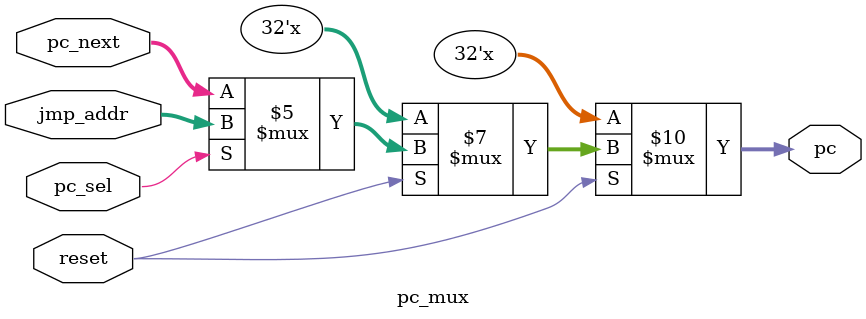
<source format=v>


`timescale 1ns/10ps

module pc_mux (
    reset,
    pc,
    pc_next,
    jmp_addr,
    pc_sel
);


input reset;
output [31:0] pc;
reg [31:0] pc;
input [31:0] pc_next;
input [31:0] jmp_addr;
input [0:0] pc_sel;




always @(reset, pc_sel, jmp_addr, pc_next) begin: PC_MUX_PMUX
    if ((reset == 1)) begin
        if (pc_sel) begin
            pc = jmp_addr;
        end
        else begin
            pc = pc_next;
        end
    end
end

endmodule

</source>
